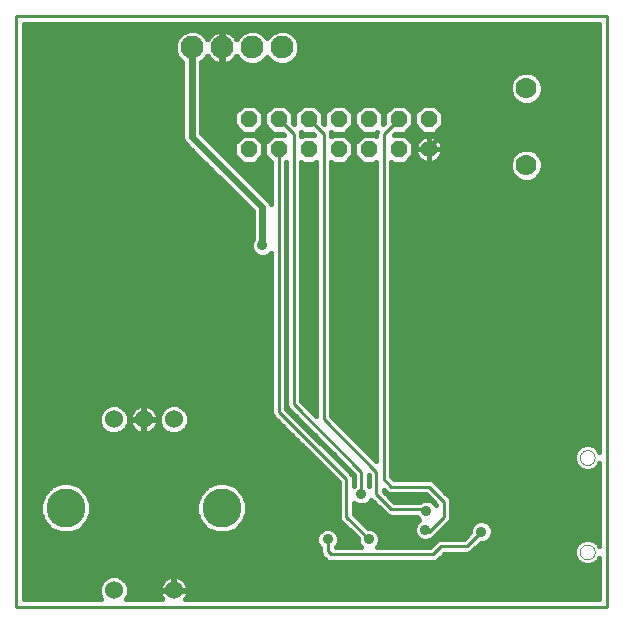
<source format=gbl>
G75*
%MOIN*%
%OFA0B0*%
%FSLAX24Y24*%
%IPPOS*%
%LPD*%
%AMOC8*
5,1,8,0,0,1.08239X$1,22.5*
%
%ADD10C,0.0100*%
%ADD11C,0.0000*%
%ADD12C,0.0760*%
%ADD13C,0.0600*%
%ADD14C,0.1300*%
%ADD15C,0.0700*%
%ADD16C,0.0560*%
%ADD17OC8,0.0560*%
%ADD18C,0.0356*%
%ADD19C,0.0240*%
%ADD20C,0.0160*%
D10*
X000250Y000180D02*
X000250Y019865D01*
X019935Y019865D01*
X019935Y000180D01*
X000250Y000180D01*
X009000Y006680D02*
X011250Y004430D01*
X011250Y003180D01*
X012000Y002430D01*
X012750Y003430D02*
X013820Y003430D01*
X013920Y003370D01*
X014500Y003180D02*
X014500Y003680D01*
X014000Y004180D01*
X012750Y004180D01*
X012500Y004430D01*
X012500Y015930D01*
X013000Y016430D01*
X010500Y015930D02*
X010500Y006430D01*
X012250Y004680D01*
X012250Y003930D01*
X012750Y003430D01*
X011750Y003930D02*
X011750Y004680D01*
X009500Y006930D01*
X009500Y015930D01*
X009000Y016430D01*
X009000Y015430D02*
X009000Y006680D01*
X010630Y002420D02*
X010630Y002020D01*
X010730Y001920D01*
X014140Y001920D01*
X014420Y002200D01*
X015270Y002200D01*
X015750Y002680D01*
X014500Y003180D02*
X014000Y002680D01*
X013880Y002740D01*
X010500Y015930D02*
X010000Y016430D01*
D11*
X019034Y005150D02*
X019036Y005181D01*
X019042Y005211D01*
X019051Y005241D01*
X019064Y005269D01*
X019081Y005295D01*
X019101Y005318D01*
X019123Y005340D01*
X019148Y005358D01*
X019175Y005373D01*
X019204Y005384D01*
X019234Y005392D01*
X019265Y005396D01*
X019295Y005396D01*
X019326Y005392D01*
X019356Y005384D01*
X019385Y005373D01*
X019412Y005358D01*
X019437Y005340D01*
X019459Y005318D01*
X019479Y005295D01*
X019496Y005269D01*
X019509Y005241D01*
X019518Y005211D01*
X019524Y005181D01*
X019526Y005150D01*
X019524Y005119D01*
X019518Y005089D01*
X019509Y005059D01*
X019496Y005031D01*
X019479Y005005D01*
X019459Y004982D01*
X019437Y004960D01*
X019412Y004942D01*
X019385Y004927D01*
X019356Y004916D01*
X019326Y004908D01*
X019295Y004904D01*
X019265Y004904D01*
X019234Y004908D01*
X019204Y004916D01*
X019175Y004927D01*
X019148Y004942D01*
X019123Y004960D01*
X019101Y004982D01*
X019081Y005005D01*
X019064Y005031D01*
X019051Y005059D01*
X019042Y005089D01*
X019036Y005119D01*
X019034Y005150D01*
X019034Y002001D02*
X019036Y002032D01*
X019042Y002062D01*
X019051Y002092D01*
X019064Y002120D01*
X019081Y002146D01*
X019101Y002169D01*
X019123Y002191D01*
X019148Y002209D01*
X019175Y002224D01*
X019204Y002235D01*
X019234Y002243D01*
X019265Y002247D01*
X019295Y002247D01*
X019326Y002243D01*
X019356Y002235D01*
X019385Y002224D01*
X019412Y002209D01*
X019437Y002191D01*
X019459Y002169D01*
X019479Y002146D01*
X019496Y002120D01*
X019509Y002092D01*
X019518Y002062D01*
X019524Y002032D01*
X019526Y002001D01*
X019524Y001970D01*
X019518Y001940D01*
X019509Y001910D01*
X019496Y001882D01*
X019479Y001856D01*
X019459Y001833D01*
X019437Y001811D01*
X019412Y001793D01*
X019385Y001778D01*
X019356Y001767D01*
X019326Y001759D01*
X019295Y001755D01*
X019265Y001755D01*
X019234Y001759D01*
X019204Y001767D01*
X019175Y001778D01*
X019148Y001793D01*
X019123Y001811D01*
X019101Y001833D01*
X019081Y001856D01*
X019064Y001882D01*
X019051Y001910D01*
X019042Y001940D01*
X019036Y001970D01*
X019034Y002001D01*
D12*
X009106Y018824D03*
X008106Y018824D03*
X007106Y018824D03*
X006106Y018824D03*
D13*
X005500Y006420D03*
X004500Y006420D03*
X003500Y006420D03*
X003500Y000720D03*
X005500Y000720D03*
D14*
X007100Y003470D03*
X001900Y003470D03*
D15*
X017250Y014900D03*
X017250Y017460D03*
D16*
X014000Y015430D03*
D17*
X014000Y016430D03*
X013000Y016430D03*
X013000Y015430D03*
X012000Y015430D03*
X011000Y015430D03*
X011000Y016430D03*
X012000Y016430D03*
X010000Y016430D03*
X010000Y015430D03*
X009000Y015430D03*
X009000Y016430D03*
X008000Y016430D03*
X008000Y015430D03*
D18*
X006250Y014180D03*
X005500Y013430D03*
X004750Y012680D03*
X004000Y011930D03*
X003000Y011430D03*
X002750Y010430D03*
X002750Y009430D03*
X001000Y009430D03*
X001000Y008680D03*
X001000Y007930D03*
X001000Y007180D03*
X001000Y006430D03*
X001000Y005680D03*
X001000Y004930D03*
X000750Y004180D03*
X000750Y003430D03*
X000750Y002680D03*
X001000Y001930D03*
X001000Y001180D03*
X001500Y000680D03*
X002250Y000680D03*
X004500Y005180D03*
X005500Y005180D03*
X006500Y005180D03*
X007500Y005930D03*
X008250Y006680D03*
X011250Y007180D03*
X011250Y008180D03*
X011250Y009180D03*
X011250Y010180D03*
X011250Y011180D03*
X011250Y012180D03*
X013500Y011930D03*
X013500Y012930D03*
X014000Y010930D03*
X015000Y009930D03*
X016000Y008930D03*
X017000Y007680D03*
X017000Y006680D03*
X017500Y005430D03*
X017500Y004180D03*
X017500Y002930D03*
X017500Y001930D03*
X016750Y001180D03*
X015750Y002680D03*
X014500Y000930D03*
X013750Y000930D03*
X013000Y000930D03*
X012250Y000930D03*
X011500Y000930D03*
X010750Y000930D03*
X010000Y000930D03*
X009250Y000930D03*
X008500Y000930D03*
X007750Y000930D03*
X010630Y002420D03*
X012000Y002430D03*
X011750Y003930D03*
X013920Y003370D03*
X013880Y002740D03*
X011750Y006180D03*
X014650Y007570D03*
X018300Y007870D03*
X008450Y012220D03*
X007250Y017930D03*
X005250Y018930D03*
X004500Y018930D03*
X003750Y018930D03*
X001000Y018430D03*
X001000Y017680D03*
X001000Y016930D03*
X001000Y016180D03*
X001000Y015430D03*
X001000Y014680D03*
X001000Y013930D03*
X001000Y013180D03*
X001000Y012430D03*
X001000Y011680D03*
X001000Y010930D03*
X001000Y010180D03*
X014250Y019180D03*
X017000Y019180D03*
X017750Y019180D03*
X018500Y019180D03*
X019250Y018930D03*
X019250Y018180D03*
D19*
X008450Y013490D02*
X008450Y012220D01*
X008450Y013490D02*
X006100Y015840D01*
X006100Y018817D01*
X006106Y018824D01*
D20*
X005569Y019042D02*
X000500Y019042D01*
X000500Y019200D02*
X005662Y019200D01*
X005615Y019152D02*
X005526Y018939D01*
X005526Y018708D01*
X005615Y018495D01*
X005778Y018332D01*
X005780Y018331D01*
X005780Y015776D01*
X005829Y015659D01*
X005919Y015569D01*
X008130Y013357D01*
X008130Y012435D01*
X008129Y012434D01*
X008072Y012295D01*
X008072Y012145D01*
X008129Y012006D01*
X008236Y011899D01*
X008375Y011842D01*
X008525Y011842D01*
X008664Y011899D01*
X008750Y011985D01*
X008750Y006630D01*
X008788Y006538D01*
X011000Y004326D01*
X011000Y003130D01*
X011038Y003038D01*
X011622Y002455D01*
X011622Y002355D01*
X011679Y002216D01*
X011725Y002170D01*
X010915Y002170D01*
X010951Y002206D01*
X011008Y002345D01*
X011008Y002495D01*
X010951Y002634D01*
X010844Y002741D01*
X010705Y002798D01*
X010555Y002798D01*
X010416Y002741D01*
X010309Y002634D01*
X010252Y002495D01*
X010252Y002345D01*
X010309Y002206D01*
X010380Y002135D01*
X010380Y001970D01*
X010418Y001878D01*
X010518Y001778D01*
X010588Y001708D01*
X010680Y001670D01*
X014190Y001670D01*
X014282Y001708D01*
X014524Y001950D01*
X015320Y001950D01*
X015412Y001988D01*
X015725Y002302D01*
X015825Y002302D01*
X015964Y002359D01*
X016071Y002466D01*
X016128Y002605D01*
X016128Y002755D01*
X016071Y002894D01*
X015964Y003001D01*
X015825Y003058D01*
X015675Y003058D01*
X015536Y003001D01*
X015429Y002894D01*
X015372Y002755D01*
X015372Y002655D01*
X015166Y002450D01*
X014370Y002450D01*
X014278Y002412D01*
X014208Y002342D01*
X014036Y002170D01*
X012275Y002170D01*
X012321Y002216D01*
X012378Y002355D01*
X012378Y002505D01*
X012321Y002644D01*
X012214Y002751D01*
X012075Y002808D01*
X011975Y002808D01*
X011500Y003284D01*
X011500Y003645D01*
X011536Y003609D01*
X011675Y003552D01*
X011825Y003552D01*
X011964Y003609D01*
X012071Y003716D01*
X012082Y003744D01*
X012538Y003288D01*
X012608Y003218D01*
X012700Y003180D01*
X013589Y003180D01*
X013599Y003156D01*
X013686Y003069D01*
X013666Y003061D01*
X013559Y002954D01*
X013502Y002815D01*
X013502Y002665D01*
X013559Y002526D01*
X013666Y002419D01*
X013805Y002362D01*
X013955Y002362D01*
X014094Y002419D01*
X014179Y002505D01*
X014201Y002524D01*
X014205Y002532D01*
X014642Y002968D01*
X014712Y003038D01*
X014750Y003130D01*
X014750Y003730D01*
X014712Y003822D01*
X014212Y004322D01*
X014142Y004392D01*
X014050Y004430D01*
X012854Y004430D01*
X012750Y004534D01*
X012750Y015001D01*
X012801Y014950D01*
X013199Y014950D01*
X013480Y015231D01*
X013480Y015629D01*
X013199Y015910D01*
X012834Y015910D01*
X012874Y015950D01*
X013199Y015950D01*
X013480Y016231D01*
X013480Y016629D01*
X013199Y016910D01*
X012801Y016910D01*
X012520Y016629D01*
X012520Y016304D01*
X012480Y016264D01*
X012480Y016629D01*
X012199Y016910D01*
X011801Y016910D01*
X011520Y016629D01*
X011520Y016231D01*
X011801Y015950D01*
X012199Y015950D01*
X012265Y016016D01*
X012250Y015980D01*
X012250Y015859D01*
X012199Y015910D01*
X011801Y015910D01*
X011520Y015629D01*
X011520Y015231D01*
X011801Y014950D01*
X012199Y014950D01*
X012250Y015001D01*
X012250Y005034D01*
X010750Y006534D01*
X010750Y015001D01*
X010801Y014950D01*
X011199Y014950D01*
X011480Y015231D01*
X011480Y015629D01*
X011199Y015910D01*
X010801Y015910D01*
X010750Y015859D01*
X010750Y015980D01*
X010735Y016016D01*
X010801Y015950D01*
X011199Y015950D01*
X011480Y016231D01*
X011480Y016629D01*
X011199Y016910D01*
X010801Y016910D01*
X010520Y016629D01*
X010520Y016264D01*
X010480Y016304D01*
X010480Y016629D01*
X010199Y016910D01*
X009801Y016910D01*
X009520Y016629D01*
X009520Y016264D01*
X009480Y016304D01*
X009480Y016629D01*
X009199Y016910D01*
X008801Y016910D01*
X008520Y016629D01*
X008520Y016231D01*
X008801Y015950D01*
X009126Y015950D01*
X009166Y015910D01*
X008801Y015910D01*
X008520Y015629D01*
X008520Y015231D01*
X008750Y015001D01*
X008750Y013602D01*
X008721Y013671D01*
X006420Y015973D01*
X006420Y018326D01*
X006435Y018332D01*
X006598Y018495D01*
X006619Y018546D01*
X006627Y018530D01*
X006679Y018459D01*
X006741Y018397D01*
X006813Y018345D01*
X006891Y018305D01*
X006975Y018277D01*
X007062Y018264D01*
X007088Y018264D01*
X007088Y018805D01*
X007125Y018805D01*
X007125Y018264D01*
X007150Y018264D01*
X007237Y018277D01*
X007321Y018305D01*
X007400Y018345D01*
X007471Y018397D01*
X007533Y018459D01*
X007585Y018530D01*
X007593Y018546D01*
X007615Y018495D01*
X007778Y018332D01*
X007991Y018244D01*
X008222Y018244D01*
X008435Y018332D01*
X008598Y018495D01*
X008606Y018515D01*
X008615Y018495D01*
X008778Y018332D01*
X008991Y018244D01*
X009222Y018244D01*
X009435Y018332D01*
X009598Y018495D01*
X009686Y018708D01*
X009686Y018939D01*
X009598Y019152D01*
X009435Y019315D01*
X009222Y019404D01*
X008991Y019404D01*
X008778Y019315D01*
X008615Y019152D01*
X008606Y019132D01*
X008598Y019152D01*
X008435Y019315D01*
X008222Y019404D01*
X007991Y019404D01*
X007778Y019315D01*
X007615Y019152D01*
X007593Y019101D01*
X007585Y019117D01*
X007533Y019189D01*
X007471Y019251D01*
X007400Y019303D01*
X007321Y019343D01*
X007237Y019370D01*
X007150Y019384D01*
X007125Y019384D01*
X007125Y018842D01*
X007088Y018842D01*
X007088Y019384D01*
X007062Y019384D01*
X006975Y019370D01*
X006891Y019343D01*
X006813Y019303D01*
X006741Y019251D01*
X006679Y019189D01*
X006627Y019117D01*
X006619Y019101D01*
X006598Y019152D01*
X006435Y019315D01*
X006222Y019404D01*
X005991Y019404D01*
X005778Y019315D01*
X005615Y019152D01*
X005526Y018883D02*
X000500Y018883D01*
X000500Y018725D02*
X005526Y018725D01*
X005585Y018566D02*
X000500Y018566D01*
X000500Y018408D02*
X005702Y018408D01*
X005780Y018249D02*
X000500Y018249D01*
X000500Y018091D02*
X005780Y018091D01*
X005780Y017932D02*
X000500Y017932D01*
X000500Y017774D02*
X005780Y017774D01*
X005780Y017615D02*
X000500Y017615D01*
X000500Y017457D02*
X005780Y017457D01*
X005780Y017298D02*
X000500Y017298D01*
X000500Y017140D02*
X005780Y017140D01*
X005780Y016981D02*
X000500Y016981D01*
X000500Y016823D02*
X005780Y016823D01*
X005780Y016664D02*
X000500Y016664D01*
X000500Y016506D02*
X005780Y016506D01*
X005780Y016347D02*
X000500Y016347D01*
X000500Y016189D02*
X005780Y016189D01*
X005780Y016030D02*
X000500Y016030D01*
X000500Y015872D02*
X005780Y015872D01*
X005806Y015713D02*
X000500Y015713D01*
X000500Y015555D02*
X005933Y015555D01*
X006091Y015396D02*
X000500Y015396D01*
X000500Y015238D02*
X006250Y015238D01*
X006408Y015079D02*
X000500Y015079D01*
X000500Y014921D02*
X006567Y014921D01*
X006725Y014762D02*
X000500Y014762D01*
X000500Y014604D02*
X006884Y014604D01*
X007042Y014445D02*
X000500Y014445D01*
X000500Y014287D02*
X007201Y014287D01*
X007359Y014128D02*
X000500Y014128D01*
X000500Y013970D02*
X007518Y013970D01*
X007676Y013811D02*
X000500Y013811D01*
X000500Y013653D02*
X007835Y013653D01*
X007993Y013494D02*
X000500Y013494D01*
X000500Y013336D02*
X008130Y013336D01*
X008130Y013177D02*
X000500Y013177D01*
X000500Y013019D02*
X008130Y013019D01*
X008130Y012860D02*
X000500Y012860D01*
X000500Y012702D02*
X008130Y012702D01*
X008130Y012543D02*
X000500Y012543D01*
X000500Y012385D02*
X008109Y012385D01*
X008072Y012226D02*
X000500Y012226D01*
X000500Y012068D02*
X008104Y012068D01*
X008226Y011909D02*
X000500Y011909D01*
X000500Y011751D02*
X008750Y011751D01*
X008750Y011909D02*
X008674Y011909D01*
X008750Y011592D02*
X000500Y011592D01*
X000500Y011434D02*
X008750Y011434D01*
X008750Y011275D02*
X000500Y011275D01*
X000500Y011117D02*
X008750Y011117D01*
X008750Y010958D02*
X000500Y010958D01*
X000500Y010800D02*
X008750Y010800D01*
X008750Y010641D02*
X000500Y010641D01*
X000500Y010483D02*
X008750Y010483D01*
X008750Y010324D02*
X000500Y010324D01*
X000500Y010166D02*
X008750Y010166D01*
X008750Y010007D02*
X000500Y010007D01*
X000500Y009849D02*
X008750Y009849D01*
X008750Y009690D02*
X000500Y009690D01*
X000500Y009532D02*
X008750Y009532D01*
X008750Y009373D02*
X000500Y009373D01*
X000500Y009215D02*
X008750Y009215D01*
X008750Y009056D02*
X000500Y009056D01*
X000500Y008898D02*
X008750Y008898D01*
X008750Y008739D02*
X000500Y008739D01*
X000500Y008581D02*
X008750Y008581D01*
X008750Y008422D02*
X000500Y008422D01*
X000500Y008264D02*
X008750Y008264D01*
X008750Y008105D02*
X000500Y008105D01*
X000500Y007947D02*
X008750Y007947D01*
X008750Y007788D02*
X000500Y007788D01*
X000500Y007630D02*
X008750Y007630D01*
X008750Y007471D02*
X000500Y007471D01*
X000500Y007313D02*
X008750Y007313D01*
X008750Y007154D02*
X000500Y007154D01*
X000500Y006996D02*
X008750Y006996D01*
X008750Y006837D02*
X005790Y006837D01*
X005783Y006844D02*
X005599Y006920D01*
X005401Y006920D01*
X005217Y006844D01*
X005076Y006703D01*
X005000Y006519D01*
X005000Y006321D01*
X005076Y006137D01*
X005217Y005996D01*
X005401Y005920D01*
X005599Y005920D01*
X005783Y005996D01*
X005924Y006137D01*
X006000Y006321D01*
X006000Y006519D01*
X005924Y006703D01*
X005783Y006844D01*
X005934Y006679D02*
X008750Y006679D01*
X008806Y006520D02*
X006000Y006520D01*
X006000Y006362D02*
X008965Y006362D01*
X009123Y006203D02*
X005951Y006203D01*
X005832Y006045D02*
X009282Y006045D01*
X009440Y005886D02*
X000500Y005886D01*
X000500Y005728D02*
X009599Y005728D01*
X009757Y005569D02*
X000500Y005569D01*
X000500Y005411D02*
X009916Y005411D01*
X010074Y005252D02*
X000500Y005252D01*
X000500Y005094D02*
X010233Y005094D01*
X010391Y004935D02*
X000500Y004935D01*
X000500Y004777D02*
X010550Y004777D01*
X010708Y004618D02*
X000500Y004618D01*
X000500Y004460D02*
X010867Y004460D01*
X011000Y004301D02*
X007315Y004301D01*
X007269Y004320D02*
X006931Y004320D01*
X006619Y004191D01*
X006379Y003951D01*
X006250Y003639D01*
X006250Y003301D01*
X006379Y002989D01*
X006619Y002749D01*
X006931Y002620D01*
X007269Y002620D01*
X007581Y002749D01*
X007821Y002989D01*
X007950Y003301D01*
X007950Y003639D01*
X007821Y003951D01*
X007581Y004191D01*
X007269Y004320D01*
X006885Y004301D02*
X002115Y004301D01*
X002069Y004320D02*
X001731Y004320D01*
X001419Y004191D01*
X001179Y003951D01*
X001050Y003639D01*
X001050Y003301D01*
X001179Y002989D01*
X001419Y002749D01*
X001731Y002620D01*
X002069Y002620D01*
X002381Y002749D01*
X002621Y002989D01*
X002750Y003301D01*
X002750Y003639D01*
X002621Y003951D01*
X002381Y004191D01*
X002069Y004320D01*
X001685Y004301D02*
X000500Y004301D01*
X000500Y004143D02*
X001370Y004143D01*
X001212Y003984D02*
X000500Y003984D01*
X000500Y003826D02*
X001127Y003826D01*
X001062Y003667D02*
X000500Y003667D01*
X000500Y003509D02*
X001050Y003509D01*
X001050Y003350D02*
X000500Y003350D01*
X000500Y003192D02*
X001095Y003192D01*
X001161Y003033D02*
X000500Y003033D01*
X000500Y002875D02*
X001293Y002875D01*
X001499Y002716D02*
X000500Y002716D01*
X000500Y002558D02*
X010278Y002558D01*
X010252Y002399D02*
X000500Y002399D01*
X000500Y002241D02*
X010295Y002241D01*
X010380Y002082D02*
X000500Y002082D01*
X000500Y001924D02*
X010399Y001924D01*
X010531Y001765D02*
X000500Y001765D01*
X000500Y001607D02*
X019066Y001607D01*
X019027Y001623D02*
X019191Y001555D01*
X019368Y001555D01*
X019532Y001623D01*
X019658Y001748D01*
X019685Y001814D01*
X019685Y000430D01*
X005883Y000430D01*
X005911Y000468D01*
X005945Y000536D01*
X005968Y000608D01*
X005980Y000682D01*
X005980Y000700D01*
X005520Y000700D01*
X005520Y000740D01*
X005980Y000740D01*
X005980Y000758D01*
X005968Y000832D01*
X005945Y000904D01*
X005911Y000972D01*
X005866Y001033D01*
X005813Y001086D01*
X005752Y001131D01*
X005684Y001165D01*
X005612Y001188D01*
X005538Y001200D01*
X005520Y001200D01*
X005520Y000740D01*
X005480Y000740D01*
X005480Y001200D01*
X005462Y001200D01*
X005388Y001188D01*
X005316Y001165D01*
X005248Y001131D01*
X005187Y001086D01*
X005134Y001033D01*
X005089Y000972D01*
X005055Y000904D01*
X005032Y000832D01*
X005020Y000758D01*
X005020Y000740D01*
X005480Y000740D01*
X005480Y000700D01*
X005020Y000700D01*
X005020Y000682D01*
X005032Y000608D01*
X005055Y000536D01*
X005089Y000468D01*
X005117Y000430D01*
X003917Y000430D01*
X003924Y000437D01*
X004000Y000621D01*
X004000Y000819D01*
X003924Y001003D01*
X003783Y001144D01*
X003599Y001220D01*
X003401Y001220D01*
X003217Y001144D01*
X003076Y001003D01*
X003000Y000819D01*
X003000Y000621D01*
X003076Y000437D01*
X003083Y000430D01*
X000500Y000430D01*
X000500Y019615D01*
X019685Y019615D01*
X019685Y005337D01*
X019658Y005403D01*
X019532Y005529D01*
X019368Y005597D01*
X019191Y005597D01*
X019027Y005529D01*
X018901Y005403D01*
X018833Y005239D01*
X018833Y005062D01*
X018901Y004898D01*
X019027Y004772D01*
X019191Y004704D01*
X019368Y004704D01*
X019532Y004772D01*
X019658Y004898D01*
X019685Y004964D01*
X019685Y002187D01*
X019658Y002254D01*
X019532Y002379D01*
X019368Y002447D01*
X019191Y002447D01*
X019027Y002379D01*
X018901Y002254D01*
X018833Y002090D01*
X018833Y001912D01*
X018901Y001748D01*
X019027Y001623D01*
X018894Y001765D02*
X014339Y001765D01*
X014497Y001924D02*
X018833Y001924D01*
X018833Y002082D02*
X015506Y002082D01*
X015664Y002241D02*
X018896Y002241D01*
X019075Y002399D02*
X016004Y002399D01*
X016109Y002558D02*
X019685Y002558D01*
X019685Y002716D02*
X016128Y002716D01*
X016079Y002875D02*
X019685Y002875D01*
X019685Y003033D02*
X015886Y003033D01*
X015614Y003033D02*
X014707Y003033D01*
X014750Y003192D02*
X019685Y003192D01*
X019685Y003350D02*
X014750Y003350D01*
X014750Y003509D02*
X019685Y003509D01*
X019685Y003667D02*
X014750Y003667D01*
X014708Y003826D02*
X019685Y003826D01*
X019685Y003984D02*
X014550Y003984D01*
X014391Y004143D02*
X019685Y004143D01*
X019685Y004301D02*
X014233Y004301D01*
X013896Y003930D02*
X012800Y003930D01*
X012700Y003930D01*
X012608Y003968D01*
X012500Y004076D01*
X012500Y004034D01*
X012854Y003680D01*
X013695Y003680D01*
X013706Y003691D01*
X013845Y003748D01*
X013995Y003748D01*
X014134Y003691D01*
X014241Y003584D01*
X014250Y003561D01*
X014250Y003576D01*
X013896Y003930D01*
X014001Y003826D02*
X012708Y003826D01*
X012592Y003984D02*
X012550Y003984D01*
X012159Y003667D02*
X012022Y003667D01*
X012318Y003509D02*
X011500Y003509D01*
X011500Y003350D02*
X012476Y003350D01*
X012672Y003192D02*
X011592Y003192D01*
X011751Y003033D02*
X013638Y003033D01*
X013526Y002875D02*
X011909Y002875D01*
X012249Y002716D02*
X013502Y002716D01*
X013546Y002558D02*
X012356Y002558D01*
X012378Y002399D02*
X013715Y002399D01*
X014045Y002399D02*
X014265Y002399D01*
X014231Y002558D02*
X015274Y002558D01*
X015372Y002716D02*
X014390Y002716D01*
X014548Y002875D02*
X015421Y002875D01*
X014159Y003667D02*
X014158Y003667D01*
X014107Y002241D02*
X012331Y002241D01*
X011669Y002241D02*
X010965Y002241D01*
X011008Y002399D02*
X011622Y002399D01*
X011519Y002558D02*
X010982Y002558D01*
X010869Y002716D02*
X011360Y002716D01*
X011202Y002875D02*
X007707Y002875D01*
X007839Y003033D02*
X011043Y003033D01*
X011000Y003192D02*
X007905Y003192D01*
X007950Y003350D02*
X011000Y003350D01*
X011000Y003509D02*
X007950Y003509D01*
X007938Y003667D02*
X011000Y003667D01*
X011000Y003826D02*
X007873Y003826D01*
X007788Y003984D02*
X011000Y003984D01*
X011000Y004143D02*
X007630Y004143D01*
X006570Y004143D02*
X002430Y004143D01*
X002588Y003984D02*
X006412Y003984D01*
X006327Y003826D02*
X002673Y003826D01*
X002738Y003667D02*
X006262Y003667D01*
X006250Y003509D02*
X002750Y003509D01*
X002750Y003350D02*
X006250Y003350D01*
X006295Y003192D02*
X002705Y003192D01*
X002639Y003033D02*
X006361Y003033D01*
X006493Y002875D02*
X002507Y002875D01*
X002301Y002716D02*
X006699Y002716D01*
X007501Y002716D02*
X010391Y002716D01*
X011500Y004215D02*
X011500Y004480D01*
X011462Y004572D01*
X011392Y004642D01*
X009250Y006784D01*
X009250Y015001D01*
X009250Y015001D01*
X009250Y006880D01*
X009288Y006788D01*
X011500Y004576D01*
X011500Y004215D01*
X011500Y004215D01*
X011500Y004301D02*
X011500Y004301D01*
X011500Y004460D02*
X011500Y004460D01*
X011458Y004618D02*
X011416Y004618D01*
X011300Y004777D02*
X011257Y004777D01*
X011141Y004935D02*
X011099Y004935D01*
X010983Y005094D02*
X010940Y005094D01*
X010824Y005252D02*
X010782Y005252D01*
X010666Y005411D02*
X010623Y005411D01*
X010507Y005569D02*
X010465Y005569D01*
X010349Y005728D02*
X010306Y005728D01*
X010190Y005886D02*
X010148Y005886D01*
X010032Y006045D02*
X009989Y006045D01*
X009873Y006203D02*
X009831Y006203D01*
X009715Y006362D02*
X009672Y006362D01*
X009556Y006520D02*
X009514Y006520D01*
X009398Y006679D02*
X009355Y006679D01*
X009268Y006837D02*
X009250Y006837D01*
X009250Y006996D02*
X009250Y006996D01*
X009250Y007154D02*
X009250Y007154D01*
X009250Y007313D02*
X009250Y007313D01*
X009250Y007471D02*
X009250Y007471D01*
X009250Y007630D02*
X009250Y007630D01*
X009250Y007788D02*
X009250Y007788D01*
X009250Y007947D02*
X009250Y007947D01*
X009250Y008105D02*
X009250Y008105D01*
X009250Y008264D02*
X009250Y008264D01*
X009250Y008422D02*
X009250Y008422D01*
X009250Y008581D02*
X009250Y008581D01*
X009250Y008739D02*
X009250Y008739D01*
X009250Y008898D02*
X009250Y008898D01*
X009250Y009056D02*
X009250Y009056D01*
X009250Y009215D02*
X009250Y009215D01*
X009250Y009373D02*
X009250Y009373D01*
X009250Y009532D02*
X009250Y009532D01*
X009250Y009690D02*
X009250Y009690D01*
X009250Y009849D02*
X009250Y009849D01*
X009250Y010007D02*
X009250Y010007D01*
X009250Y010166D02*
X009250Y010166D01*
X009250Y010324D02*
X009250Y010324D01*
X009250Y010483D02*
X009250Y010483D01*
X009250Y010641D02*
X009250Y010641D01*
X009250Y010800D02*
X009250Y010800D01*
X009250Y010958D02*
X009250Y010958D01*
X009250Y011117D02*
X009250Y011117D01*
X009250Y011275D02*
X009250Y011275D01*
X009250Y011434D02*
X009250Y011434D01*
X009250Y011592D02*
X009250Y011592D01*
X009250Y011751D02*
X009250Y011751D01*
X009250Y011909D02*
X009250Y011909D01*
X009250Y012068D02*
X009250Y012068D01*
X009250Y012226D02*
X009250Y012226D01*
X009250Y012385D02*
X009250Y012385D01*
X009250Y012543D02*
X009250Y012543D01*
X009250Y012702D02*
X009250Y012702D01*
X009250Y012860D02*
X009250Y012860D01*
X009250Y013019D02*
X009250Y013019D01*
X009250Y013177D02*
X009250Y013177D01*
X009250Y013336D02*
X009250Y013336D01*
X009250Y013494D02*
X009250Y013494D01*
X009250Y013653D02*
X009250Y013653D01*
X009250Y013811D02*
X009250Y013811D01*
X009250Y013970D02*
X009250Y013970D01*
X009250Y014128D02*
X009250Y014128D01*
X009250Y014287D02*
X009250Y014287D01*
X009250Y014445D02*
X009250Y014445D01*
X009250Y014604D02*
X009250Y014604D01*
X009250Y014762D02*
X009250Y014762D01*
X009250Y014921D02*
X009250Y014921D01*
X008750Y014921D02*
X007472Y014921D01*
X007314Y015079D02*
X007672Y015079D01*
X007801Y014950D02*
X008199Y014950D01*
X008480Y015231D01*
X008480Y015629D01*
X008199Y015910D01*
X007801Y015910D01*
X007520Y015629D01*
X007520Y015231D01*
X007801Y014950D01*
X007631Y014762D02*
X008750Y014762D01*
X008750Y014604D02*
X007789Y014604D01*
X007948Y014445D02*
X008750Y014445D01*
X008750Y014287D02*
X008106Y014287D01*
X008265Y014128D02*
X008750Y014128D01*
X008750Y013970D02*
X008423Y013970D01*
X008582Y013811D02*
X008750Y013811D01*
X008750Y013653D02*
X008729Y013653D01*
X009750Y013653D02*
X010250Y013653D01*
X010250Y013811D02*
X009750Y013811D01*
X009750Y013970D02*
X010250Y013970D01*
X010250Y014128D02*
X009750Y014128D01*
X009750Y014287D02*
X010250Y014287D01*
X010250Y014445D02*
X009750Y014445D01*
X009750Y014604D02*
X010250Y014604D01*
X010250Y014762D02*
X009750Y014762D01*
X009750Y014921D02*
X010250Y014921D01*
X010199Y014950D02*
X010250Y015001D01*
X010250Y006534D01*
X009750Y007034D01*
X009750Y015001D01*
X009801Y014950D01*
X010199Y014950D01*
X010750Y014921D02*
X012250Y014921D01*
X012250Y014762D02*
X010750Y014762D01*
X010750Y014604D02*
X012250Y014604D01*
X012250Y014445D02*
X010750Y014445D01*
X010750Y014287D02*
X012250Y014287D01*
X012250Y014128D02*
X010750Y014128D01*
X010750Y013970D02*
X012250Y013970D01*
X012250Y013811D02*
X010750Y013811D01*
X010750Y013653D02*
X012250Y013653D01*
X012250Y013494D02*
X010750Y013494D01*
X010750Y013336D02*
X012250Y013336D01*
X012250Y013177D02*
X010750Y013177D01*
X010750Y013019D02*
X012250Y013019D01*
X012250Y012860D02*
X010750Y012860D01*
X010750Y012702D02*
X012250Y012702D01*
X012250Y012543D02*
X010750Y012543D01*
X010750Y012385D02*
X012250Y012385D01*
X012250Y012226D02*
X010750Y012226D01*
X010750Y012068D02*
X012250Y012068D01*
X012250Y011909D02*
X010750Y011909D01*
X010750Y011751D02*
X012250Y011751D01*
X012250Y011592D02*
X010750Y011592D01*
X010750Y011434D02*
X012250Y011434D01*
X012250Y011275D02*
X010750Y011275D01*
X010750Y011117D02*
X012250Y011117D01*
X012250Y010958D02*
X010750Y010958D01*
X010750Y010800D02*
X012250Y010800D01*
X012250Y010641D02*
X010750Y010641D01*
X010750Y010483D02*
X012250Y010483D01*
X012250Y010324D02*
X010750Y010324D01*
X010750Y010166D02*
X012250Y010166D01*
X012250Y010007D02*
X010750Y010007D01*
X010750Y009849D02*
X012250Y009849D01*
X012250Y009690D02*
X010750Y009690D01*
X010750Y009532D02*
X012250Y009532D01*
X012250Y009373D02*
X010750Y009373D01*
X010750Y009215D02*
X012250Y009215D01*
X012250Y009056D02*
X010750Y009056D01*
X010750Y008898D02*
X012250Y008898D01*
X012250Y008739D02*
X010750Y008739D01*
X010750Y008581D02*
X012250Y008581D01*
X012250Y008422D02*
X010750Y008422D01*
X010750Y008264D02*
X012250Y008264D01*
X012250Y008105D02*
X010750Y008105D01*
X010750Y007947D02*
X012250Y007947D01*
X012250Y007788D02*
X010750Y007788D01*
X010750Y007630D02*
X012250Y007630D01*
X012250Y007471D02*
X010750Y007471D01*
X010750Y007313D02*
X012250Y007313D01*
X012250Y007154D02*
X010750Y007154D01*
X010750Y006996D02*
X012250Y006996D01*
X012250Y006837D02*
X010750Y006837D01*
X010750Y006679D02*
X012250Y006679D01*
X012250Y006520D02*
X010764Y006520D01*
X010922Y006362D02*
X012250Y006362D01*
X012250Y006203D02*
X011081Y006203D01*
X011239Y006045D02*
X012250Y006045D01*
X012250Y005886D02*
X011398Y005886D01*
X011556Y005728D02*
X012250Y005728D01*
X012250Y005569D02*
X011715Y005569D01*
X011873Y005411D02*
X012250Y005411D01*
X012250Y005252D02*
X012032Y005252D01*
X012190Y005094D02*
X012250Y005094D01*
X012750Y005094D02*
X018833Y005094D01*
X018839Y005252D02*
X012750Y005252D01*
X012750Y005411D02*
X018909Y005411D01*
X019124Y005569D02*
X012750Y005569D01*
X012750Y005728D02*
X019685Y005728D01*
X019685Y005886D02*
X012750Y005886D01*
X012750Y006045D02*
X019685Y006045D01*
X019685Y006203D02*
X012750Y006203D01*
X012750Y006362D02*
X019685Y006362D01*
X019685Y006520D02*
X012750Y006520D01*
X012750Y006679D02*
X019685Y006679D01*
X019685Y006837D02*
X012750Y006837D01*
X012750Y006996D02*
X019685Y006996D01*
X019685Y007154D02*
X012750Y007154D01*
X012750Y007313D02*
X019685Y007313D01*
X019685Y007471D02*
X012750Y007471D01*
X012750Y007630D02*
X019685Y007630D01*
X019685Y007788D02*
X012750Y007788D01*
X012750Y007947D02*
X019685Y007947D01*
X019685Y008105D02*
X012750Y008105D01*
X012750Y008264D02*
X019685Y008264D01*
X019685Y008422D02*
X012750Y008422D01*
X012750Y008581D02*
X019685Y008581D01*
X019685Y008739D02*
X012750Y008739D01*
X012750Y008898D02*
X019685Y008898D01*
X019685Y009056D02*
X012750Y009056D01*
X012750Y009215D02*
X019685Y009215D01*
X019685Y009373D02*
X012750Y009373D01*
X012750Y009532D02*
X019685Y009532D01*
X019685Y009690D02*
X012750Y009690D01*
X012750Y009849D02*
X019685Y009849D01*
X019685Y010007D02*
X012750Y010007D01*
X012750Y010166D02*
X019685Y010166D01*
X019685Y010324D02*
X012750Y010324D01*
X012750Y010483D02*
X019685Y010483D01*
X019685Y010641D02*
X012750Y010641D01*
X012750Y010800D02*
X019685Y010800D01*
X019685Y010958D02*
X012750Y010958D01*
X012750Y011117D02*
X019685Y011117D01*
X019685Y011275D02*
X012750Y011275D01*
X012750Y011434D02*
X019685Y011434D01*
X019685Y011592D02*
X012750Y011592D01*
X012750Y011751D02*
X019685Y011751D01*
X019685Y011909D02*
X012750Y011909D01*
X012750Y012068D02*
X019685Y012068D01*
X019685Y012226D02*
X012750Y012226D01*
X012750Y012385D02*
X019685Y012385D01*
X019685Y012543D02*
X012750Y012543D01*
X012750Y012702D02*
X019685Y012702D01*
X019685Y012860D02*
X012750Y012860D01*
X012750Y013019D02*
X019685Y013019D01*
X019685Y013177D02*
X012750Y013177D01*
X012750Y013336D02*
X019685Y013336D01*
X019685Y013494D02*
X012750Y013494D01*
X012750Y013653D02*
X019685Y013653D01*
X019685Y013811D02*
X012750Y013811D01*
X012750Y013970D02*
X019685Y013970D01*
X019685Y014128D02*
X012750Y014128D01*
X012750Y014287D02*
X019685Y014287D01*
X019685Y014445D02*
X017572Y014445D01*
X017562Y014434D02*
X017716Y014589D01*
X017800Y014791D01*
X017800Y015010D01*
X017716Y015212D01*
X017562Y015367D01*
X017359Y015450D01*
X017141Y015450D01*
X016938Y015367D01*
X016784Y015212D01*
X016700Y015010D01*
X016700Y014791D01*
X016784Y014589D01*
X016938Y014434D01*
X017141Y014350D01*
X017359Y014350D01*
X017562Y014434D01*
X017722Y014604D02*
X019685Y014604D01*
X019685Y014762D02*
X017788Y014762D01*
X017800Y014921D02*
X019685Y014921D01*
X019685Y015079D02*
X017771Y015079D01*
X017691Y015238D02*
X019685Y015238D01*
X019685Y015396D02*
X017491Y015396D01*
X017009Y015396D02*
X014460Y015396D01*
X014460Y015394D02*
X014460Y015420D01*
X014010Y015420D01*
X014010Y015440D01*
X014460Y015440D01*
X014460Y015466D01*
X014449Y015538D01*
X014426Y015607D01*
X014393Y015671D01*
X014351Y015730D01*
X014300Y015781D01*
X014241Y015823D01*
X014177Y015856D01*
X014108Y015879D01*
X014036Y015890D01*
X014010Y015890D01*
X014010Y015440D01*
X013990Y015440D01*
X013990Y015890D01*
X013964Y015890D01*
X013892Y015879D01*
X013823Y015856D01*
X013759Y015823D01*
X013700Y015781D01*
X013649Y015730D01*
X013607Y015671D01*
X013574Y015607D01*
X013551Y015538D01*
X013540Y015466D01*
X013540Y015440D01*
X013990Y015440D01*
X013990Y015420D01*
X014010Y015420D01*
X014010Y014970D01*
X014036Y014970D01*
X014108Y014981D01*
X014177Y015004D01*
X014241Y015037D01*
X014300Y015079D01*
X014351Y015130D01*
X014393Y015189D01*
X014426Y015253D01*
X014449Y015322D01*
X014460Y015394D01*
X014443Y015555D02*
X019685Y015555D01*
X019685Y015713D02*
X014363Y015713D01*
X014130Y015872D02*
X019685Y015872D01*
X019685Y016030D02*
X014279Y016030D01*
X014199Y015950D02*
X014480Y016231D01*
X014480Y016629D01*
X014199Y016910D01*
X013801Y016910D01*
X013520Y016629D01*
X013520Y016231D01*
X013801Y015950D01*
X014199Y015950D01*
X014010Y015872D02*
X013990Y015872D01*
X013870Y015872D02*
X013237Y015872D01*
X013279Y016030D02*
X013721Y016030D01*
X013563Y016189D02*
X013437Y016189D01*
X013480Y016347D02*
X013520Y016347D01*
X013520Y016506D02*
X013480Y016506D01*
X013445Y016664D02*
X013555Y016664D01*
X013714Y016823D02*
X013286Y016823D01*
X012714Y016823D02*
X012286Y016823D01*
X012445Y016664D02*
X012555Y016664D01*
X012520Y016506D02*
X012480Y016506D01*
X012480Y016347D02*
X012520Y016347D01*
X012250Y015872D02*
X012237Y015872D01*
X011763Y015872D02*
X011237Y015872D01*
X011279Y016030D02*
X011721Y016030D01*
X011563Y016189D02*
X011437Y016189D01*
X011480Y016347D02*
X011520Y016347D01*
X011520Y016506D02*
X011480Y016506D01*
X011445Y016664D02*
X011555Y016664D01*
X011714Y016823D02*
X011286Y016823D01*
X010714Y016823D02*
X010286Y016823D01*
X010445Y016664D02*
X010555Y016664D01*
X010520Y016506D02*
X010480Y016506D01*
X010480Y016347D02*
X010520Y016347D01*
X010750Y015872D02*
X010763Y015872D01*
X010166Y015910D02*
X009801Y015910D01*
X009750Y015859D01*
X009750Y015980D01*
X009735Y016016D01*
X009801Y015950D01*
X010126Y015950D01*
X010166Y015910D01*
X009763Y015872D02*
X009750Y015872D01*
X009520Y016347D02*
X009480Y016347D01*
X009480Y016506D02*
X009520Y016506D01*
X009555Y016664D02*
X009445Y016664D01*
X009286Y016823D02*
X009714Y016823D01*
X008714Y016823D02*
X008286Y016823D01*
X008199Y016910D02*
X008480Y016629D01*
X008480Y016231D01*
X008199Y015950D01*
X007801Y015950D01*
X007520Y016231D01*
X007520Y016629D01*
X007801Y016910D01*
X008199Y016910D01*
X008445Y016664D02*
X008555Y016664D01*
X008520Y016506D02*
X008480Y016506D01*
X008480Y016347D02*
X008520Y016347D01*
X008563Y016189D02*
X008437Y016189D01*
X008279Y016030D02*
X008721Y016030D01*
X008763Y015872D02*
X008237Y015872D01*
X008396Y015713D02*
X008604Y015713D01*
X008520Y015555D02*
X008480Y015555D01*
X008480Y015396D02*
X008520Y015396D01*
X008520Y015238D02*
X008480Y015238D01*
X008328Y015079D02*
X008672Y015079D01*
X007763Y015872D02*
X006521Y015872D01*
X006420Y016030D02*
X007721Y016030D01*
X007563Y016189D02*
X006420Y016189D01*
X006420Y016347D02*
X007520Y016347D01*
X007520Y016506D02*
X006420Y016506D01*
X006420Y016664D02*
X007555Y016664D01*
X007714Y016823D02*
X006420Y016823D01*
X006420Y016981D02*
X016968Y016981D01*
X016938Y016993D02*
X017141Y016910D01*
X017359Y016910D01*
X017562Y016993D01*
X017716Y017148D01*
X017800Y017350D01*
X017800Y017569D01*
X017716Y017771D01*
X017562Y017926D01*
X017359Y018010D01*
X017141Y018010D01*
X016938Y017926D01*
X016784Y017771D01*
X016700Y017569D01*
X016700Y017350D01*
X016784Y017148D01*
X016938Y016993D01*
X016792Y017140D02*
X006420Y017140D01*
X006420Y017298D02*
X016722Y017298D01*
X016700Y017457D02*
X006420Y017457D01*
X006420Y017615D02*
X016719Y017615D01*
X016786Y017774D02*
X006420Y017774D01*
X006420Y017932D02*
X016954Y017932D01*
X017546Y017932D02*
X019685Y017932D01*
X019685Y017774D02*
X017714Y017774D01*
X017781Y017615D02*
X019685Y017615D01*
X019685Y017457D02*
X017800Y017457D01*
X017778Y017298D02*
X019685Y017298D01*
X019685Y017140D02*
X017708Y017140D01*
X017532Y016981D02*
X019685Y016981D01*
X019685Y016823D02*
X014286Y016823D01*
X014445Y016664D02*
X019685Y016664D01*
X019685Y016506D02*
X014480Y016506D01*
X014480Y016347D02*
X019685Y016347D01*
X019685Y016189D02*
X014437Y016189D01*
X014750Y016430D02*
X014000Y015430D01*
X013990Y015420D02*
X013990Y014970D01*
X013964Y014970D01*
X013892Y014981D01*
X013823Y015004D01*
X013759Y015037D01*
X013700Y015079D01*
X013649Y015130D01*
X013607Y015189D01*
X013574Y015253D01*
X013551Y015322D01*
X013540Y015394D01*
X013540Y015420D01*
X013990Y015420D01*
X013990Y015396D02*
X014010Y015396D01*
X014010Y015238D02*
X013990Y015238D01*
X013990Y015079D02*
X014010Y015079D01*
X014300Y015079D02*
X016729Y015079D01*
X016700Y014921D02*
X012750Y014921D01*
X012750Y014762D02*
X016712Y014762D01*
X016778Y014604D02*
X012750Y014604D01*
X012750Y014445D02*
X016928Y014445D01*
X016809Y015238D02*
X014418Y015238D01*
X014010Y015555D02*
X013990Y015555D01*
X013990Y015713D02*
X014010Y015713D01*
X013637Y015713D02*
X013396Y015713D01*
X013480Y015555D02*
X013557Y015555D01*
X013540Y015396D02*
X013480Y015396D01*
X013480Y015238D02*
X013582Y015238D01*
X013700Y015079D02*
X013328Y015079D01*
X014750Y016430D02*
X014750Y017180D01*
X014000Y017930D01*
X007250Y017930D01*
X007125Y018408D02*
X007088Y018408D01*
X007088Y018566D02*
X007125Y018566D01*
X007125Y018725D02*
X007088Y018725D01*
X007088Y018883D02*
X007125Y018883D01*
X007125Y019042D02*
X007088Y019042D01*
X007088Y019200D02*
X007125Y019200D01*
X007125Y019359D02*
X007088Y019359D01*
X006940Y019359D02*
X006331Y019359D01*
X006550Y019200D02*
X006691Y019200D01*
X007272Y019359D02*
X007882Y019359D01*
X007662Y019200D02*
X007522Y019200D01*
X007482Y018408D02*
X007702Y018408D01*
X007978Y018249D02*
X006420Y018249D01*
X006420Y018091D02*
X019685Y018091D01*
X019685Y018249D02*
X009235Y018249D01*
X008978Y018249D02*
X008235Y018249D01*
X008510Y018408D02*
X008702Y018408D01*
X008662Y019200D02*
X008550Y019200D01*
X008331Y019359D02*
X008882Y019359D01*
X009331Y019359D02*
X019685Y019359D01*
X019685Y019517D02*
X000500Y019517D01*
X000500Y019359D02*
X005882Y019359D01*
X006510Y018408D02*
X006731Y018408D01*
X006680Y015713D02*
X007604Y015713D01*
X007520Y015555D02*
X006838Y015555D01*
X006997Y015396D02*
X007520Y015396D01*
X007520Y015238D02*
X007155Y015238D01*
X009750Y013494D02*
X010250Y013494D01*
X010250Y013336D02*
X009750Y013336D01*
X009750Y013177D02*
X010250Y013177D01*
X010250Y013019D02*
X009750Y013019D01*
X009750Y012860D02*
X010250Y012860D01*
X010250Y012702D02*
X009750Y012702D01*
X009750Y012543D02*
X010250Y012543D01*
X010250Y012385D02*
X009750Y012385D01*
X009750Y012226D02*
X010250Y012226D01*
X010250Y012068D02*
X009750Y012068D01*
X009750Y011909D02*
X010250Y011909D01*
X010250Y011751D02*
X009750Y011751D01*
X009750Y011592D02*
X010250Y011592D01*
X010250Y011434D02*
X009750Y011434D01*
X009750Y011275D02*
X010250Y011275D01*
X010250Y011117D02*
X009750Y011117D01*
X009750Y010958D02*
X010250Y010958D01*
X010250Y010800D02*
X009750Y010800D01*
X009750Y010641D02*
X010250Y010641D01*
X010250Y010483D02*
X009750Y010483D01*
X009750Y010324D02*
X010250Y010324D01*
X010250Y010166D02*
X009750Y010166D01*
X009750Y010007D02*
X010250Y010007D01*
X010250Y009849D02*
X009750Y009849D01*
X009750Y009690D02*
X010250Y009690D01*
X010250Y009532D02*
X009750Y009532D01*
X009750Y009373D02*
X010250Y009373D01*
X010250Y009215D02*
X009750Y009215D01*
X009750Y009056D02*
X010250Y009056D01*
X010250Y008898D02*
X009750Y008898D01*
X009750Y008739D02*
X010250Y008739D01*
X010250Y008581D02*
X009750Y008581D01*
X009750Y008422D02*
X010250Y008422D01*
X010250Y008264D02*
X009750Y008264D01*
X009750Y008105D02*
X010250Y008105D01*
X010250Y007947D02*
X009750Y007947D01*
X009750Y007788D02*
X010250Y007788D01*
X010250Y007630D02*
X009750Y007630D01*
X009750Y007471D02*
X010250Y007471D01*
X010250Y007313D02*
X009750Y007313D01*
X009750Y007154D02*
X010250Y007154D01*
X010250Y006996D02*
X009788Y006996D01*
X009947Y006837D02*
X010250Y006837D01*
X010250Y006679D02*
X010105Y006679D01*
X012000Y004576D02*
X012000Y004215D01*
X012000Y004215D01*
X012000Y004576D01*
X012000Y004576D01*
X012000Y004460D02*
X012000Y004460D01*
X012000Y004301D02*
X012000Y004301D01*
X012750Y004618D02*
X019685Y004618D01*
X019685Y004460D02*
X012824Y004460D01*
X012750Y004777D02*
X019023Y004777D01*
X018886Y004935D02*
X012750Y004935D01*
X014640Y007580D02*
X018000Y007580D01*
X018290Y007870D01*
X018290Y007872D01*
X018231Y007931D01*
X019435Y005569D02*
X019685Y005569D01*
X019685Y005411D02*
X019650Y005411D01*
X019673Y004935D02*
X019685Y004935D01*
X019685Y004777D02*
X019536Y004777D01*
X019484Y002399D02*
X019685Y002399D01*
X019685Y002241D02*
X019663Y002241D01*
X019665Y001765D02*
X019685Y001765D01*
X019685Y001607D02*
X019493Y001607D01*
X019685Y001448D02*
X000500Y001448D01*
X000500Y001290D02*
X019685Y001290D01*
X019685Y001131D02*
X005751Y001131D01*
X005910Y000973D02*
X019685Y000973D01*
X019685Y000814D02*
X005971Y000814D01*
X005976Y000656D02*
X019685Y000656D01*
X019685Y000497D02*
X005925Y000497D01*
X005520Y000814D02*
X005480Y000814D01*
X005480Y000973D02*
X005520Y000973D01*
X005520Y001131D02*
X005480Y001131D01*
X005249Y001131D02*
X003796Y001131D01*
X003937Y000973D02*
X005090Y000973D01*
X005029Y000814D02*
X004000Y000814D01*
X004000Y000656D02*
X005024Y000656D01*
X005075Y000497D02*
X003949Y000497D01*
X003204Y001131D02*
X000500Y001131D01*
X000500Y000973D02*
X003063Y000973D01*
X003000Y000814D02*
X000500Y000814D01*
X000500Y000656D02*
X003000Y000656D01*
X003051Y000497D02*
X000500Y000497D01*
X003217Y005996D02*
X003401Y005920D01*
X003599Y005920D01*
X003783Y005996D01*
X003924Y006137D01*
X004000Y006321D01*
X004000Y006519D01*
X003924Y006703D01*
X003783Y006844D01*
X003599Y006920D01*
X003401Y006920D01*
X003217Y006844D01*
X003076Y006703D01*
X003000Y006519D01*
X003000Y006321D01*
X003076Y006137D01*
X003217Y005996D01*
X003168Y006045D02*
X000500Y006045D01*
X000500Y006203D02*
X003049Y006203D01*
X003000Y006362D02*
X000500Y006362D01*
X000500Y006520D02*
X003000Y006520D01*
X003066Y006679D02*
X000500Y006679D01*
X000500Y006837D02*
X003210Y006837D01*
X003790Y006837D02*
X004261Y006837D01*
X004248Y006831D02*
X004187Y006786D01*
X004134Y006733D01*
X004089Y006672D01*
X004055Y006604D01*
X004032Y006532D01*
X004020Y006458D01*
X004020Y006440D01*
X004480Y006440D01*
X004480Y006900D01*
X004462Y006900D01*
X004388Y006888D01*
X004316Y006865D01*
X004248Y006831D01*
X004095Y006679D02*
X003934Y006679D01*
X004000Y006520D02*
X004030Y006520D01*
X004020Y006400D02*
X004020Y006382D01*
X004032Y006308D01*
X004055Y006236D01*
X004089Y006168D01*
X004134Y006107D01*
X004187Y006054D01*
X004248Y006009D01*
X004316Y005975D01*
X004388Y005952D01*
X004462Y005940D01*
X004480Y005940D01*
X004480Y006400D01*
X004020Y006400D01*
X004023Y006362D02*
X004000Y006362D01*
X003951Y006203D02*
X004072Y006203D01*
X004200Y006045D02*
X003832Y006045D01*
X004480Y006045D02*
X004520Y006045D01*
X004520Y005940D02*
X004538Y005940D01*
X004612Y005952D01*
X004684Y005975D01*
X004752Y006009D01*
X004813Y006054D01*
X004866Y006107D01*
X004911Y006168D01*
X004945Y006236D01*
X004968Y006308D01*
X004980Y006382D01*
X004980Y006400D01*
X004520Y006400D01*
X004520Y006440D01*
X004480Y006440D01*
X004480Y006400D01*
X004520Y006400D01*
X004520Y005940D01*
X004520Y006203D02*
X004480Y006203D01*
X004480Y006362D02*
X004520Y006362D01*
X004520Y006440D02*
X004980Y006440D01*
X004980Y006458D01*
X004968Y006532D01*
X004945Y006604D01*
X004911Y006672D01*
X004866Y006733D01*
X004813Y006786D01*
X004752Y006831D01*
X004684Y006865D01*
X004612Y006888D01*
X004538Y006900D01*
X004520Y006900D01*
X004520Y006440D01*
X004520Y006520D02*
X004480Y006520D01*
X004480Y006679D02*
X004520Y006679D01*
X004520Y006837D02*
X004480Y006837D01*
X004739Y006837D02*
X005210Y006837D01*
X005066Y006679D02*
X004905Y006679D01*
X004970Y006520D02*
X005000Y006520D01*
X005000Y006362D02*
X004977Y006362D01*
X004928Y006203D02*
X005049Y006203D01*
X005168Y006045D02*
X004800Y006045D01*
X011328Y015079D02*
X011672Y015079D01*
X011520Y015238D02*
X011480Y015238D01*
X011480Y015396D02*
X011520Y015396D01*
X011520Y015555D02*
X011480Y015555D01*
X011396Y015713D02*
X011604Y015713D01*
X009510Y018408D02*
X019685Y018408D01*
X019685Y018566D02*
X009627Y018566D01*
X009686Y018725D02*
X019685Y018725D01*
X019685Y018883D02*
X009686Y018883D01*
X009644Y019042D02*
X019685Y019042D01*
X019685Y019200D02*
X009550Y019200D01*
M02*

</source>
